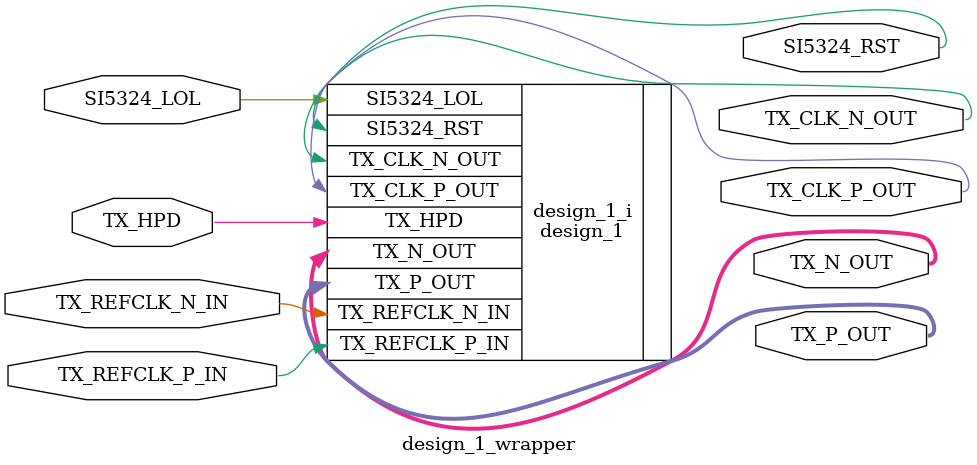
<source format=v>
`timescale 1 ps / 1 ps

module design_1_wrapper
   (SI5324_LOL,
    SI5324_RST,
    TX_CLK_N_OUT,
    TX_CLK_P_OUT,
    TX_HPD,
    TX_N_OUT,
    TX_P_OUT,
    TX_REFCLK_N_IN,
    TX_REFCLK_P_IN);
  input [0:0]SI5324_LOL;
  output [0:0]SI5324_RST;
  output TX_CLK_N_OUT;
  output TX_CLK_P_OUT;
  input TX_HPD;
  output [2:0]TX_N_OUT;
  output [2:0]TX_P_OUT;
  input TX_REFCLK_N_IN;
  input TX_REFCLK_P_IN;

  wire [0:0]SI5324_LOL;
  wire [0:0]SI5324_RST;
  wire TX_CLK_N_OUT;
  wire TX_CLK_P_OUT;
  wire TX_HPD;
  wire [2:0]TX_N_OUT;
  wire [2:0]TX_P_OUT;
  wire TX_REFCLK_N_IN;
  wire TX_REFCLK_P_IN;

  design_1 design_1_i
       (.SI5324_LOL(SI5324_LOL),
        .SI5324_RST(SI5324_RST),
        .TX_CLK_N_OUT(TX_CLK_N_OUT),
        .TX_CLK_P_OUT(TX_CLK_P_OUT),
        .TX_HPD(TX_HPD),
        .TX_N_OUT(TX_N_OUT),
        .TX_P_OUT(TX_P_OUT),
        .TX_REFCLK_N_IN(TX_REFCLK_N_IN),
        .TX_REFCLK_P_IN(TX_REFCLK_P_IN));
endmodule

</source>
